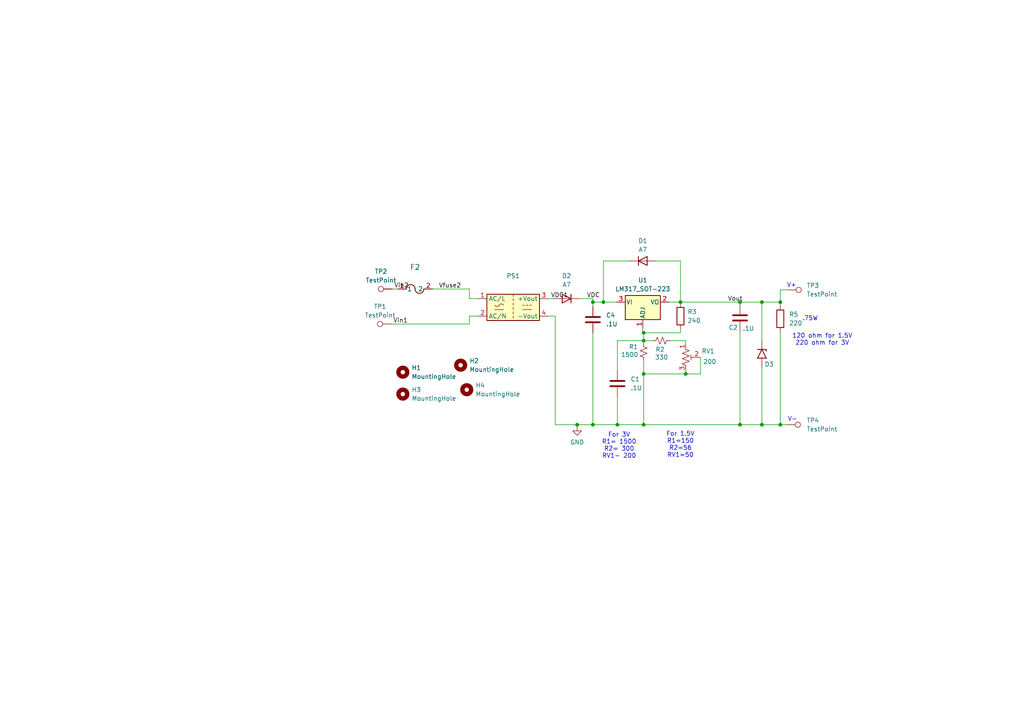
<source format=kicad_sch>
(kicad_sch (version 20240101) (generator "eeschema") (generator_version "8.99")
  (paper "A4")
  (lib_symbols
    (symbol "2023-11-30_10-24-57:0034.6000" (pin_names (offset 0.254))
      (property "Reference" "F" (at 5.08 3.175 0))
      (property "Value" "0034.6000" (at 5.08 -3.175 0))
      (symbol "0034.6000_1_1"
        (arc (start 5.08 0) (mid 3.81 1.2645) (end 2.54 0) (stroke (width 0.254)))
        (arc (start 5.08 0) (mid 6.35 -1.2645) (end 7.62 0) (stroke (width 0.254)))
        (pin unspecified line (at 0 0 0) (length 2.54) (name "1") (number "1"))
        (pin unspecified line (at 10.16 0 180) (length 2.54) (name "2") (number "2"))
      )
      (symbol "0034.6000_1_2"
        (arc (start 0 5.08) (mid -1.2645 3.81) (end 0 2.54) (stroke (width 0.254)))
        (arc (start 0 5.08) (mid 1.2645 6.35) (end 0 7.62) (stroke (width 0.254)))
        (pin unspecified line (at 0 0 90) (length 2.54) (name "1") (number "1"))
        (pin unspecified line (at 0 10.16 270) (length 2.54) (name "2") (number "2"))
      )
    )
    (symbol "Connector:TestPoint" (pin_numbers hide) (pin_names (offset 0.762) hide)
      (property "Reference" "TP" (at 0 6.858 0))
      (property "Value" "TestPoint" (at 0 5.08 0))
      (symbol "TestPoint_0_1"
        (circle (center 0 3.302) (radius 0.762))
      )
      (symbol "TestPoint_1_1"
        (pin passive line (at 0 0 90) (length 2.54) (name "1") (number "1"))
      )
    )
    (symbol "Device:C" (pin_numbers hide) (pin_names (offset 0.254))
      (property "Reference" "C" (at 0.635 2.54 0))
      (property "Value" "C" (at 0.635 -2.54 0))
      (symbol "C_0_1"
        (polyline (pts (xy -2.032 -0.762) (xy 2.032 -0.762)) (stroke (width 0.508)))
        (polyline (pts (xy -2.032 0.762) (xy 2.032 0.762)) (stroke (width 0.508)))
      )
      (symbol "C_1_1"
        (pin passive line (at 0 3.81 270) (length 2.794) (name "~") (number "1"))
        (pin passive line (at 0 -3.81 90) (length 2.794) (name "~") (number "2"))
      )
    )
    (symbol "Device:D" (pin_numbers hide) (pin_names (offset 1.016) hide)
      (property "Reference" "D" (at 0 2.54 0))
      (property "Value" "D" (at 0 -2.54 0))
      (symbol "D_0_1"
        (polyline (pts (xy -1.27 1.27) (xy -1.27 -1.27)) (stroke (width 0.254)))
        (polyline (pts (xy 1.27 0) (xy -1.27 0)))
        (polyline (pts (xy 1.27 1.27) (xy 1.27 -1.27) (xy -1.27 0) (xy 1.27 1.27)) (stroke (width 0.254)))
      )
      (symbol "D_1_1"
        (pin passive line (at -3.81 0 0) (length 2.54) (name "K") (number "1"))
        (pin passive line (at 3.81 0 180) (length 2.54) (name "A") (number "2"))
      )
    )
    (symbol "Device:R" (pin_numbers hide) (pin_names (offset 0))
      (property "Reference" "R" (at 2.032 0 90))
      (property "Value" "R" (at 0 0 90))
      (symbol "R_0_1"
        (rectangle (start -1.016 -2.54) (end 1.016 2.54) (stroke (width 0.254)))
      )
      (symbol "R_1_1"
        (pin passive line (at 0 3.81 270) (length 1.27) (name "~") (number "1"))
        (pin passive line (at 0 -3.81 90) (length 1.27) (name "~") (number "2"))
      )
    )
    (symbol "Device:R_Potentiometer_Trim_US" (pin_names (offset 1.016) hide)
      (property "Reference" "RV" (at -4.445 0 90))
      (property "Value" "R_Potentiometer_Trim_US" (at -2.54 0 90))
      (symbol "R_Potentiometer_Trim_US_0_1"
        (polyline (pts (xy 0 -2.286) (xy 0 -2.54)))
        (polyline (pts (xy 0 2.286) (xy 0 2.54)))
        (polyline (pts (xy 1.524 0.762) (xy 1.524 -0.762)))
        (polyline (pts (xy 2.54 0) (xy 1.524 0)))
        (polyline (pts (xy 0 -0.762) (xy 1.016 -1.143) (xy 0 -1.524) (xy -1.016 -1.905) (xy 0 -2.286)))
        (polyline (pts (xy 0 0.762) (xy 1.016 0.381) (xy 0 0) (xy -1.016 -0.381) (xy 0 -0.762)))
        (polyline (pts (xy 0 2.286) (xy 1.016 1.905) (xy 0 1.524) (xy -1.016 1.143) (xy 0 0.762)))
      )
      (symbol "R_Potentiometer_Trim_US_1_1"
        (pin passive line (at 0 3.81 270) (length 1.27) (name "1") (number "1"))
        (pin passive line (at 3.81 0 180) (length 1.27) (name "2") (number "2"))
        (pin passive line (at 0 -3.81 90) (length 1.27) (name "3") (number "3"))
      )
    )
    (symbol "Device:R_Small_US" (pin_numbers hide) (pin_names (offset 0.254) hide)
      (property "Reference" "R" (at 0.762 0.508 0))
      (property "Value" "R_Small_US" (at 0.762 -1.016 0))
      (symbol "R_Small_US_1_1"
        (polyline (pts (xy 0 0) (xy 1.016 -0.381) (xy 0 -0.762) (xy -1.016 -1.143) (xy 0 -1.524)))
        (polyline (pts (xy 0 1.524) (xy 1.016 1.143) (xy 0 0.762) (xy -1.016 0.381) (xy 0 0)))
        (pin passive line (at 0 2.54 270) (length 1.016) (name "~") (number "1"))
        (pin passive line (at 0 -2.54 90) (length 1.016) (name "~") (number "2"))
      )
    )
    (symbol "Diode:SMF6V5A" (pin_numbers hide) (pin_names (offset 1.016) hide)
      (property "Reference" "D" (at 0 2.54 0))
      (property "Value" "SMF6V5A" (at 0 -2.54 0))
      (symbol "SMF6V5A_0_1"
        (polyline (pts (xy -0.762 1.27) (xy -1.27 1.27) (xy -1.27 -1.27)) (stroke (width 0.254)))
        (polyline (pts (xy 1.27 1.27) (xy 1.27 -1.27) (xy -1.27 0) (xy 1.27 1.27)) (stroke (width 0.254)))
      )
      (symbol "SMF6V5A_1_1"
        (pin passive line (at -3.81 0 0) (length 2.54) (name "A1") (number "1"))
        (pin passive line (at 3.81 0 180) (length 2.54) (name "A2") (number "2"))
      )
    )
    (symbol "Mechanical:MountingHole" (pin_names (offset 1.016))
      (property "Reference" "H" (at 0 5.08 0))
      (property "Value" "MountingHole" (at 0 3.175 0))
      (symbol "MountingHole_0_1"
        (circle (center 0 0) (radius 1.27) (stroke (width 1.27)))
      )
    )
    (symbol "New_Library:ZPI03S0600WC"
      (property "Reference" "PS" (at 0 5.08 0))
      (property "Value" "ZPI03S0600WC" (at 0 -5.08 0))
      (symbol "ZPI03S0600WC_0_1"
        (rectangle (start -7.62 3.81) (end 7.62 -3.81) (stroke (width 0.254)) (fill (type background)))
        (arc (start -5.334 0.635) (mid -4.699 0.2495) (end -4.064 0.635))
        (arc (start -2.794 0.635) (mid -3.429 1.0072) (end -4.064 0.635))
        (polyline (pts (xy -5.334 -0.635) (xy -2.794 -0.635)))
        (polyline (pts (xy 0 -2.54) (xy 0 -3.175)))
        (polyline (pts (xy 0 -1.27) (xy 0 -1.905)))
        (polyline (pts (xy 0 0) (xy 0 -0.635)))
        (polyline (pts (xy 0 1.27) (xy 0 0.635)))
        (polyline (pts (xy 0 2.54) (xy 0 1.905)))
        (polyline (pts (xy 0 3.81) (xy 0 3.175)))
        (polyline (pts (xy 2.794 -0.635) (xy 5.334 -0.635)))
        (polyline (pts (xy 2.794 0.635) (xy 3.302 0.635)))
        (polyline (pts (xy 3.81 0.635) (xy 4.318 0.635)))
        (polyline (pts (xy 4.826 0.635) (xy 5.334 0.635)))
      )
      (symbol "ZPI03S0600WC_1_1"
        (pin power_in line (at -10.16 2.54 0) (length 2.54) (name "AC/L") (number "1"))
        (pin power_in line (at -10.16 -2.54 0) (length 2.54) (name "AC/N") (number "2"))
        (pin power_out line (at 10.16 2.54 180) (length 2.54) (name "+Vout") (number "3"))
        (pin power_out line (at 10.16 -2.54 180) (length 2.54) (name "-Vout") (number "4"))
      )
    )
    (symbol "Regulator_Linear:LM317_SOT-223" (pin_names (offset 0.254))
      (property "Reference" "U" (at -3.81 3.175 0))
      (property "Value" "LM317_SOT-223" (at 0 3.175 0))
      (symbol "LM317_SOT-223_0_1"
        (rectangle (start -5.08 1.905) (end 5.08 -5.08) (stroke (width 0.254)) (fill (type background)))
      )
      (symbol "LM317_SOT-223_1_1"
        (pin input line (at 0 -7.62 90) (length 2.54) (name "ADJ") (number "1"))
        (pin power_out line (at 7.62 0 180) (length 2.54) (name "VO") (number "2"))
        (pin power_in line (at -7.62 0 0) (length 2.54) (name "VI") (number "3"))
      )
    )
    (symbol "power:GND" (power) (pin_names (offset 0))
      (property "Value" "GND" (at 0 -3.81 0))
      (symbol "GND_0_1"
        (polyline (pts (xy 0 0) (xy 0 -1.27) (xy 1.27 -1.27) (xy 0 -2.54) (xy -1.27 -1.27) (xy 0 -1.27)))
      )
      (symbol "GND_1_1"
        (pin power_in line (at 0 0 270) (length 0) hide (name "GND") (number "1"))
      )
    )
  )
  (junction (at 186.69 98.806))
  (junction (at 198.882 108.458))
  (junction (at 220.98 87.63))
  (junction (at 167.386 123.19))
  (junction (at 214.63 123.19))
  (junction (at 220.98 123.19))
  (junction (at 226.314 123.19))
  (junction (at 179.07 123.19))
  (junction (at 186.69 96.52))
  (junction (at 226.314 87.63))
  (junction (at 197.358 87.63))
  (junction (at 171.958 87.63))
  (junction (at 186.69 108.458))
  (junction (at 186.69 123.19))
  (junction (at 171.958 123.19))
  (junction (at 175.006 87.63))
  (junction (at 214.63 87.63))
  (wire (pts (xy 161.036 123.19) (xy 167.386 123.19)))
  (wire (pts (xy 186.436 95.25) (xy 186.436 96.52)))
  (wire (pts (xy 186.69 104.648) (xy 186.69 108.458)))
  (wire (pts (xy 179.07 115.062) (xy 179.07 123.19)))
  (wire (pts (xy 136.144 91.694) (xy 136.144 93.98)))
  (wire (pts (xy 168.148 86.614) (xy 171.958 86.614)))
  (wire (pts (xy 220.98 123.19) (xy 226.314 123.19)))
  (wire (pts (xy 198.882 107.442) (xy 198.882 108.458)))
  (wire (pts (xy 202.692 103.632) (xy 203.2 103.632)))
  (wire (pts (xy 171.958 87.63) (xy 171.958 88.9)))
  (wire (pts (xy 138.684 91.694) (xy 136.144 91.694)))
  (wire (pts (xy 203.2 108.458) (xy 198.882 108.458)))
  (wire (pts (xy 186.69 96.52) (xy 186.436 96.52)))
  (wire (pts (xy 186.69 96.52) (xy 186.69 98.806)))
  (wire (pts (xy 214.63 123.19) (xy 220.98 123.19)))
  (wire (pts (xy 194.056 87.63) (xy 197.358 87.63)))
  (wire (pts (xy 186.69 108.458) (xy 198.882 108.458)))
  (wire (pts (xy 167.386 123.19) (xy 167.386 123.698)))
  (wire (pts (xy 197.358 75.692) (xy 197.358 87.63)))
  (wire (pts (xy 226.314 87.63) (xy 226.314 88.646)))
  (wire (pts (xy 136.144 83.82) (xy 136.144 86.614)))
  (wire (pts (xy 178.816 87.63) (xy 175.006 87.63)))
  (wire (pts (xy 186.69 98.806) (xy 179.07 98.806)))
  (wire (pts (xy 136.144 86.614) (xy 138.684 86.614)))
  (wire (pts (xy 226.314 84.074) (xy 228.346 84.074)))
  (wire (pts (xy 203.2 103.632) (xy 203.2 108.458)))
  (wire (pts (xy 220.98 87.63) (xy 226.314 87.63)))
  (wire (pts (xy 226.314 96.266) (xy 226.314 123.19)))
  (wire (pts (xy 214.63 87.63) (xy 214.63 88.392)))
  (wire (pts (xy 125.476 83.82) (xy 136.144 83.82)))
  (wire (pts (xy 197.358 96.52) (xy 186.69 96.52)))
  (wire (pts (xy 220.98 106.426) (xy 220.98 123.19)))
  (wire (pts (xy 182.626 75.692) (xy 175.006 75.692)))
  (wire (pts (xy 197.358 95.504) (xy 197.358 96.52)))
  (wire (pts (xy 161.036 91.694) (xy 159.004 91.694)))
  (wire (pts (xy 186.69 98.806) (xy 186.69 99.568)))
  (wire (pts (xy 179.07 98.806) (xy 179.07 107.442)))
  (wire (pts (xy 194.31 98.806) (xy 198.882 98.806)))
  (wire (pts (xy 171.958 96.52) (xy 171.958 123.19)))
  (wire (pts (xy 171.958 123.19) (xy 179.07 123.19)))
  (wire (pts (xy 179.07 123.19) (xy 186.69 123.19)))
  (wire (pts (xy 175.006 87.63) (xy 171.958 87.63)))
  (wire (pts (xy 186.69 108.458) (xy 186.69 123.19)))
  (wire (pts (xy 214.63 96.012) (xy 214.63 123.19)))
  (wire (pts (xy 113.538 93.98) (xy 136.144 93.98)))
  (wire (pts (xy 113.792 83.82) (xy 115.316 83.82)))
  (wire (pts (xy 220.98 87.63) (xy 220.98 98.806)))
  (wire (pts (xy 226.314 123.19) (xy 228.092 123.19)))
  (wire (pts (xy 197.358 87.63) (xy 197.358 87.884)))
  (wire (pts (xy 226.314 84.074) (xy 226.314 87.63)))
  (wire (pts (xy 186.69 123.19) (xy 214.63 123.19)))
  (wire (pts (xy 197.358 87.63) (xy 214.63 87.63)))
  (wire (pts (xy 214.63 87.63) (xy 220.98 87.63)))
  (wire (pts (xy 159.004 86.614) (xy 160.528 86.614)))
  (wire (pts (xy 171.958 86.614) (xy 171.958 87.63)))
  (wire (pts (xy 167.386 123.19) (xy 171.958 123.19)))
  (wire (pts (xy 186.69 98.806) (xy 189.23 98.806)))
  (wire (pts (xy 161.036 123.19) (xy 161.036 91.694)))
  (wire (pts (xy 175.006 75.692) (xy 175.006 87.63)))
  (wire (pts (xy 190.246 75.692) (xy 197.358 75.692)))
  (wire (pts (xy 198.882 99.822) (xy 198.882 98.806)))
  (text "V-" (at 229.87 121.666 0) (effects (font (size 1.27 1.27))))
  (text ".75W" (at 234.95 92.456 0) (effects (font (size 1.27 1.27))))
  (text "V+" (at 229.616 82.804 0) (effects (font (size 1.27 1.27))))
  (text "120 ohm for 1.5V\n220 ohm for 3V" (at 238.506 98.552 0) (effects (font (size 1.27 1.27))))
  (text "For 1.5V\nR1=150\nR2=56\nRV1=50" (at 197.358 129.032 0) (effects (font (size 1.27 1.27))))
  (text "For 3V\nR1= 1500\nR2= 300\nRV1- 200\n" (at 179.578 129.286 0) (effects (font (size 1.27 1.27))))
  (label "Vout" (at 211.074 87.63 0))
  (label "Vin2" (at 114.3 83.82 0))
  (label "VDC1" (at 159.766 86.614 0))
  (label "VDC" (at 170.18 86.614 0))
  (label "Vin1" (at 114.046 93.98 0))
  (label "Vfuse2" (at 127.254 83.82 0))
  (symbol (lib_id "Device:R_Potentiometer_Trim_US") (at 198.882 103.632 0) (unit 1)
    (property "Reference" "RV1" (at 207.264 101.854 0) (effects (justify right)))
    (property "Value" "200" (at 207.772 104.902 0) (effects (justify right)))
    (property "Footprint" "Potentiometer_THT:Potentiometer_Bourns_3296W_Vertical" (effects (hide yes)))
    (property "Description" "Trim-potentiometer, US symbol" (effects (hide yes)))
  )
  (symbol (lib_id "Device:D") (at 164.338 86.614 180) (unit 1)
    (property "Reference" "D2" (at 164.338 80.01 0))
    (property "Value" "A7" (at 164.338 82.55 0))
    (property "Footprint" "Parts:D_SOD-123F-HandSolder" (effects (hide yes)))
    (property "Description" "Diode" (effects (hide yes)))
    (property "Sim.Device" "D" (effects (hide yes)))
    (property "Sim.Pins" "1=K 2=A" (effects (hide yes)))
  )
  (symbol (lib_id "Mechanical:MountingHole") (at 135.382 113.03 0) (unit 1)
    (property "Reference" "H4" (at 137.922 111.7599 0) (effects (justify left)))
    (property "Value" "MountingHole" (at 137.922 114.2999 0) (effects (justify left)))
    (property "Footprint" "MountingHole:MountingHole_3.2mm_M3" (effects (hide yes)))
    (property "Description" "Mounting Hole without connection" (effects (hide yes)))
  )
  (symbol (lib_id "Device:C") (at 171.958 92.71 0) (unit 1)
    (property "Reference" "C4" (at 175.768 91.4399 0) (effects (justify left)))
    (property "Value" ".1U" (at 175.768 93.9799 0) (effects (justify left)))
    (property "Footprint" "Capacitor_SMD:C_1206_3216Metric_Pad1.33x1.80mm_HandSolder" (effects (hide yes)))
    (property "Description" "Unpolarized capacitor" (effects (hide yes)))
  )
  (symbol (lib_id "Connector:TestPoint") (at 113.538 93.98 90) (unit 1)
    (property "Reference" "TP1" (at 110.236 88.9 90))
    (property "Value" "TestPoint" (at 110.236 91.44 90))
    (property "Footprint" "Connector_Pin:Pin_D1.4mm_L8.5mm_W2.8mm_FlatFork" (effects (hide yes)))
    (property "Description" "test point" (effects (hide yes)))
  )
  (symbol (lib_id "Device:R_Small_US") (at 191.77 98.806 90) (unit 1)
    (property "Reference" "R2" (at 192.786 101.346 90) (effects (justify left)))
    (property "Value" "330" (at 193.802 103.632 90) (effects (justify left)))
    (property "Footprint" "Resistor_SMD:R_1206_3216Metric_Pad1.30x1.75mm_HandSolder" (effects (hide yes)))
    (property "Description" "Resistor, small US symbol" (effects (hide yes)))
  )
  (symbol (lib_id "Device:C") (at 179.07 111.252 0) (unit 1)
    (property "Reference" "C1" (at 182.88 109.9819 0) (effects (justify left)))
    (property "Value" ".1U" (at 182.88 112.5219 0) (effects (justify left)))
    (property "Footprint" "Capacitor_SMD:C_1206_3216Metric_Pad1.33x1.80mm_HandSolder" (effects (hide yes)))
    (property "Description" "Unpolarized capacitor" (effects (hide yes)))
  )
  (symbol (lib_id "Connector:TestPoint") (at 113.792 83.82 90) (unit 1)
    (property "Reference" "TP2" (at 110.49 78.74 90))
    (property "Value" "TestPoint" (at 110.49 81.28 90))
    (property "Footprint" "Connector_Pin:Pin_D1.4mm_L8.5mm_W2.8mm_FlatFork" (effects (hide yes)))
    (property "Description" "test point" (effects (hide yes)))
  )
  (symbol (lib_id "Regulator_Linear:LM317_SOT-223") (at 186.436 87.63 0) (unit 1)
    (property "Reference" "U1" (at 186.436 81.28 0))
    (property "Value" "LM317_SOT-223" (at 186.436 83.82 0))
    (property "Footprint" "Package_TO_SOT_SMD:SOT-223-3_TabPin2" (effects (hide yes)))
    (property "Datasheet" "http://www.ti.com/lit/ds/symlink/lm317.pdf" (effects (hide yes)))
    (property "Description" "1.5A 35V Adjustable Linear Regulator, SOT-223" (effects (hide yes)))
  )
  (symbol (lib_id "Device:R_Small_US") (at 186.69 102.108 0) (unit 1)
    (property "Reference" "R1" (at 182.372 100.584 0) (effects (justify left)))
    (property "Value" "1500" (at 180.086 102.87 0) (effects (justify left)))
    (property "Footprint" "Resistor_SMD:R_1206_3216Metric_Pad1.30x1.75mm_HandSolder" (effects (hide yes)))
    (property "Description" "Resistor, small US symbol" (effects (hide yes)))
  )
  (symbol (lib_id "Mechanical:MountingHole") (at 116.84 107.95 0) (unit 1)
    (property "Reference" "H1" (at 119.38 106.6799 0) (effects (justify left)))
    (property "Value" "MountingHole" (at 119.38 109.2199 0) (effects (justify left)))
    (property "Footprint" "MountingHole:MountingHole_3.2mm_M3" (effects (hide yes)))
    (property "Description" "Mounting Hole without connection" (effects (hide yes)))
  )
  (symbol (lib_id "Mechanical:MountingHole") (at 116.84 114.3 0) (unit 1)
    (property "Reference" "H3" (at 119.38 113.0299 0) (effects (justify left)))
    (property "Value" "MountingHole" (at 119.38 115.5699 0) (effects (justify left)))
    (property "Footprint" "MountingHole:MountingHole_3.2mm_M3" (effects (hide yes)))
    (property "Description" "Mounting Hole without connection" (effects (hide yes)))
  )
  (symbol (lib_id "Device:D") (at 186.436 75.692 0) (unit 1)
    (property "Reference" "D1" (at 186.436 69.85 0))
    (property "Value" "A7" (at 186.436 72.39 0))
    (property "Footprint" "Parts:D_SOD-123F-HandSolder" (effects (hide yes)))
    (property "Description" "Diode" (effects (hide yes)))
    (property "Sim.Device" "D" (effects (hide yes)))
    (property "Sim.Pins" "1=K 2=A" (effects (hide yes)))
  )
  (symbol (lib_id "Connector:TestPoint") (at 228.346 84.074 270) (unit 1)
    (property "Reference" "TP3" (at 233.934 82.8039 90) (effects (justify left)))
    (property "Value" "TestPoint" (at 233.934 85.3439 90) (effects (justify left)))
    (property "Footprint" "Connector_Pin:Pin_D1.4mm_L8.5mm_W2.8mm_FlatFork" (effects (hide yes)))
    (property "Description" "test point" (effects (hide yes)))
  )
  (symbol (lib_id "Device:R") (at 197.358 91.694 0) (unit 1)
    (property "Reference" "R3" (at 199.39 90.4239 0) (effects (justify left)))
    (property "Value" "240" (at 199.39 92.9639 0) (effects (justify left)))
    (property "Footprint" "Resistor_SMD:R_1206_3216Metric_Pad1.30x1.75mm_HandSolder" (effects (hide yes)))
    (property "Description" "Resistor" (effects (hide yes)))
  )
  (symbol (lib_id "Device:C") (at 214.63 92.202 0) (unit 1)
    (property "Reference" "C2" (at 211.328 94.996 0) (effects (justify left)))
    (property "Value" ".1U" (at 215.392 95.25 0) (effects (justify left)))
    (property "Footprint" "Capacitor_SMD:C_1206_3216Metric_Pad1.33x1.80mm_HandSolder" (effects (hide yes)))
    (property "Description" "Unpolarized capacitor" (effects (hide yes)))
  )
  (symbol (lib_id "2023-11-30_10-24-57:0034.6000") (at 115.316 83.82 0) (unit 1)
    (property "Reference" "F2" (at 120.396 77.47 0) (effects (font (size 1.524 1.524))))
    (property "Value" "0034.6000" (effects (hide yes)))
    (property "Footprint" "Fuse:Fuse_Schurter_UMT250" (effects (hide yes)))
    (property "Datasheet" "0034.6000" (effects (hide yes)))
  )
  (symbol (lib_id "power:GND") (at 167.386 123.698 0) (unit 1)
    (property "Reference" "#PWR01" (effects (hide yes)))
    (property "Value" "GND" (at 167.386 128.27 0))
    (property "Description" "Power symbol creates a global label with name \"GND\" , ground" (effects (hide yes)))
  )
  (symbol (lib_id "Device:R") (at 226.314 92.456 0) (unit 1)
    (property "Reference" "R5" (at 228.854 91.1859 0) (effects (justify left)))
    (property "Value" "220" (at 228.854 93.7259 0) (effects (justify left)))
    (property "Footprint" "Resistor_SMD:R_1206_3216Metric_Pad1.30x1.75mm_HandSolder" (effects (hide yes)))
    (property "Description" "Resistor" (effects (hide yes)))
  )
  (symbol (lib_id "New_Library:ZPI03S0600WC") (at 148.844 89.154 0) (unit 1)
    (property "Reference" "PS1" (at 148.844 80.01 0))
    (property "Value" "ZPI03S0600WC" (effects (hide yes)))
    (property "Footprint" "Parts:ZPI03S0600WC" (effects (hide yes)))
    (property "Datasheet" "http://www.hlktech.net/product_detail.php?ProId=54" (effects (hide yes)))
    (property "Description" "Compact AC/DC board mount power module 3W 5V" (effects (hide yes)))
  )
  (symbol (lib_id "Mechanical:MountingHole") (at 133.604 105.918 0) (unit 1)
    (property "Reference" "H2" (at 136.144 104.6479 0) (effects (justify left)))
    (property "Value" "MountingHole" (at 136.144 107.1879 0) (effects (justify left)))
    (property "Footprint" "MountingHole:MountingHole_3.2mm_M3" (effects (hide yes)))
    (property "Description" "Mounting Hole without connection" (effects (hide yes)))
  )
  (symbol (lib_id "Connector:TestPoint") (at 228.092 123.19 270) (unit 1)
    (property "Reference" "TP4" (at 233.934 121.9199 90) (effects (justify left)))
    (property "Value" "TestPoint" (at 233.934 124.4599 90) (effects (justify left)))
    (property "Footprint" "Connector_Pin:Pin_D1.4mm_L8.5mm_W2.8mm_FlatFork" (effects (hide yes)))
    (property "Description" "test point" (effects (hide yes)))
  )
  (symbol (lib_id "Diode:SMF6V5A") (at 220.98 102.616 270) (unit 1)
    (property "Reference" "D3" (at 221.742 105.664 90) (effects (justify left)))
    (property "Value" "SMAJ6.5A-13-F" (effects (hide yes)))
    (property "Footprint" "Diode_SMD:D_SMA-SMB_Universal_Handsoldering" (effects (hide yes)))
    (property "Datasheet" "https://www.vishay.com/doc?85881" (effects (hide yes)))
    (property "Description" "200W unidirectional Transil Transient Voltage Suppressor, 6.5Vrwm, SMF" (effects (hide yes)))
  )
)
</source>
